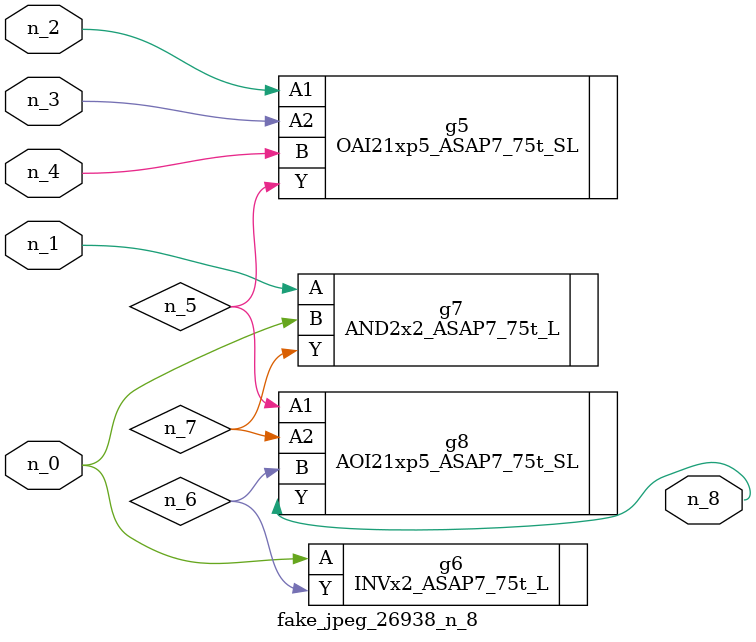
<source format=v>
module fake_jpeg_26938_n_8 (n_3, n_2, n_1, n_0, n_4, n_8);

input n_3;
input n_2;
input n_1;
input n_0;
input n_4;

output n_8;

wire n_6;
wire n_5;
wire n_7;

OAI21xp5_ASAP7_75t_SL g5 ( 
.A1(n_2),
.A2(n_3),
.B(n_4),
.Y(n_5)
);

INVx2_ASAP7_75t_L g6 ( 
.A(n_0),
.Y(n_6)
);

AND2x2_ASAP7_75t_L g7 ( 
.A(n_1),
.B(n_0),
.Y(n_7)
);

AOI21xp5_ASAP7_75t_SL g8 ( 
.A1(n_5),
.A2(n_7),
.B(n_6),
.Y(n_8)
);


endmodule
</source>
